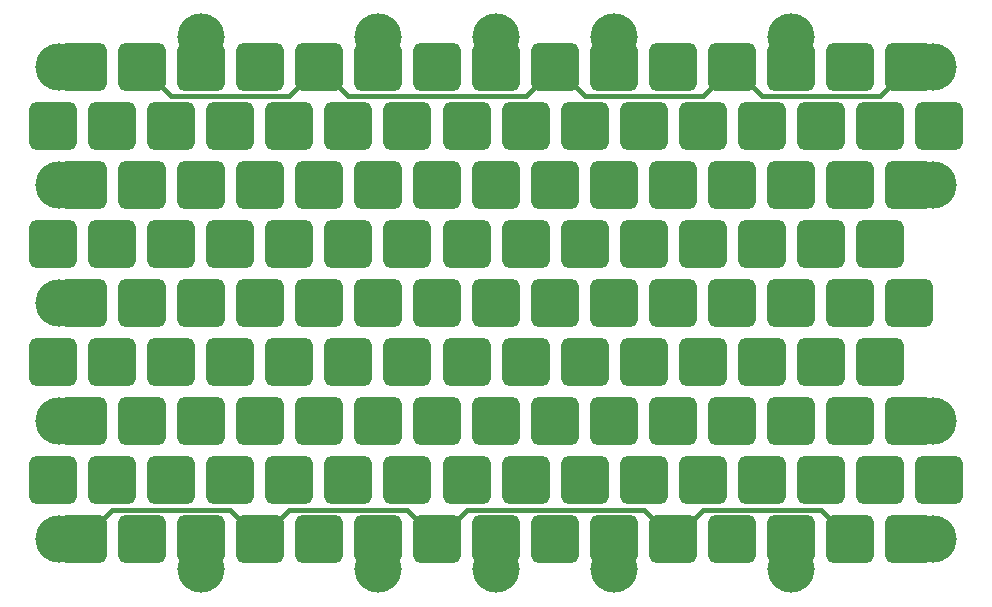
<source format=gbl>
G04*
G04 #@! TF.GenerationSoftware,Altium Limited,Altium Designer,24.6.1 (21)*
G04*
G04 Layer_Physical_Order=2*
G04 Layer_Color=16711680*
%FSLAX44Y44*%
%MOMM*%
G71*
G04*
G04 #@! TF.SameCoordinates,E2912B81-FF12-4EFC-B30A-82F2F3841449*
G04*
G04*
G04 #@! TF.FilePolarity,Positive*
G04*
G01*
G75*
%ADD16C,0.4500*%
%ADD17C,4.0000*%
G04:AMPARAMS|DCode=18|XSize=4mm|YSize=4mm|CornerRadius=0.5mm|HoleSize=0mm|Usage=FLASHONLY|Rotation=180.000|XOffset=0mm|YOffset=0mm|HoleType=Round|Shape=RoundedRectangle|*
%AMROUNDEDRECTD18*
21,1,4.0000,3.0000,0,0,180.0*
21,1,3.0000,4.0000,0,0,180.0*
1,1,1.0000,-1.5000,1.5000*
1,1,1.0000,1.5000,1.5000*
1,1,1.0000,1.5000,-1.5000*
1,1,1.0000,-1.5000,-1.5000*
%
%ADD18ROUNDEDRECTD18*%
D16*
X575000Y-425000D02*
X675000D01*
X550000Y-450000D02*
X575000Y-425000D01*
X525000D02*
X550000Y-450000D01*
X200000Y-450000D02*
X225000Y-425000D01*
X175000D02*
X200000Y-450000D01*
X75000Y-425000D02*
X175000D01*
X50000Y-450000D02*
X75000Y-425000D01*
X30000Y-450000D02*
X50000D01*
X225000Y-425000D02*
X325000D01*
X350000Y-450000D01*
X375000Y-425000D01*
X525000D01*
X675000D02*
X700000Y-450000D01*
X100000Y-50000D02*
X125000Y-75000D01*
X275000D02*
X425000D01*
X450000Y-50000D01*
X475000Y-75000D01*
X575000D01*
X750000Y-50000D02*
X770000D01*
X725000Y-75000D02*
X750000Y-50000D01*
X625000Y-75000D02*
X725000D01*
X600000Y-50000D02*
X625000Y-75000D01*
X575000D02*
X600000Y-50000D01*
X250000Y-50000D02*
X275000Y-75000D01*
X225000D02*
X250000Y-50000D01*
X125000Y-75000D02*
X225000D01*
D17*
X770000Y-350000D02*
D03*
Y-150000D02*
D03*
X30000Y-350000D02*
D03*
Y-250000D02*
D03*
Y-150000D02*
D03*
X30000Y-450000D02*
D03*
X650000Y-475000D02*
D03*
X150000D02*
D03*
X300000D02*
D03*
X500000D02*
D03*
X400000D02*
D03*
X770000Y-450000D02*
D03*
X30000Y-50000D02*
D03*
X400000Y-25000D02*
D03*
X300000D02*
D03*
X500000D02*
D03*
X650000D02*
D03*
X150000D02*
D03*
X770000Y-50000D02*
D03*
D18*
X50000Y-450000D02*
D03*
X100000D02*
D03*
X150000D02*
D03*
X200000D02*
D03*
X250000D02*
D03*
X300000D02*
D03*
X400000D02*
D03*
X500000D02*
D03*
X550000D02*
D03*
X600000D02*
D03*
X650000D02*
D03*
X700000D02*
D03*
X750000D02*
D03*
X450000D02*
D03*
X350000D02*
D03*
X450000Y-50000D02*
D03*
X350000D02*
D03*
X775000Y-400000D02*
D03*
X725000D02*
D03*
X525000D02*
D03*
X675000D02*
D03*
X475000D02*
D03*
X425000D02*
D03*
X375000D02*
D03*
X325000D02*
D03*
X275000D02*
D03*
X225000D02*
D03*
X175000D02*
D03*
X125000D02*
D03*
X75000D02*
D03*
X25000D02*
D03*
X625000D02*
D03*
X575000D02*
D03*
X750000Y-350000D02*
D03*
X550000D02*
D03*
X700000D02*
D03*
X500000D02*
D03*
X450000D02*
D03*
X400000D02*
D03*
X350000D02*
D03*
X300000D02*
D03*
X250000D02*
D03*
X200000D02*
D03*
X150000D02*
D03*
X100000D02*
D03*
X50000D02*
D03*
X650000D02*
D03*
X600000D02*
D03*
X50000Y-50000D02*
D03*
X650000Y-150000D02*
D03*
X600000D02*
D03*
X625000Y-200000D02*
D03*
X575000D02*
D03*
X650000Y-250000D02*
D03*
X600000D02*
D03*
X250000Y-150000D02*
D03*
X200000D02*
D03*
X225000Y-200000D02*
D03*
X175000D02*
D03*
X250000Y-250000D02*
D03*
X200000D02*
D03*
X575000Y-300000D02*
D03*
X625000D02*
D03*
X25000D02*
D03*
X75000D02*
D03*
X125000D02*
D03*
X50000Y-250000D02*
D03*
X100000D02*
D03*
X150000D02*
D03*
X25000Y-200000D02*
D03*
X75000D02*
D03*
X125000D02*
D03*
X50000Y-150000D02*
D03*
X100000D02*
D03*
X150000D02*
D03*
X100000Y-50000D02*
D03*
X150000D02*
D03*
X200000D02*
D03*
X250000D02*
D03*
X300000D02*
D03*
X400000D02*
D03*
X500000D02*
D03*
X550000D02*
D03*
X600000D02*
D03*
X650000D02*
D03*
X700000D02*
D03*
X750000D02*
D03*
X475000Y-100000D02*
D03*
X425000D02*
D03*
X375000D02*
D03*
X325000D02*
D03*
X275000D02*
D03*
X225000D02*
D03*
X175000D02*
D03*
X125000D02*
D03*
X75000D02*
D03*
X25000D02*
D03*
X300000Y-250000D02*
D03*
X350000D02*
D03*
X400000D02*
D03*
X450000D02*
D03*
X500000D02*
D03*
X275000Y-200000D02*
D03*
X325000D02*
D03*
X375000D02*
D03*
X425000D02*
D03*
X475000D02*
D03*
X300000Y-150000D02*
D03*
X350000D02*
D03*
X400000D02*
D03*
X450000D02*
D03*
X500000D02*
D03*
X175000Y-300000D02*
D03*
X225000D02*
D03*
X275000D02*
D03*
X325000D02*
D03*
X375000D02*
D03*
X425000D02*
D03*
X475000D02*
D03*
X675000D02*
D03*
X525000D02*
D03*
X550000Y-250000D02*
D03*
X525000Y-200000D02*
D03*
X550000Y-150000D02*
D03*
X675000Y-100000D02*
D03*
X625000D02*
D03*
X575000D02*
D03*
X525000D02*
D03*
X700000Y-150000D02*
D03*
X675000Y-200000D02*
D03*
X700000Y-250000D02*
D03*
X725000Y-200000D02*
D03*
X750000Y-150000D02*
D03*
X725000Y-100000D02*
D03*
X775000D02*
D03*
X750000Y-250000D02*
D03*
X725000Y-300000D02*
D03*
M02*

</source>
